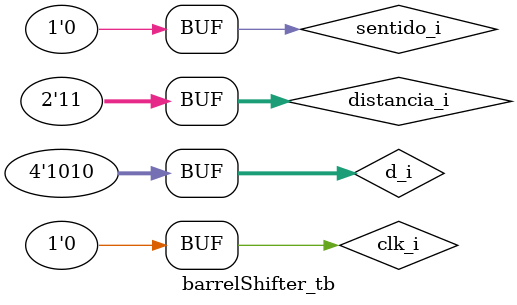
<source format=v>

 /*
	Proyecto:	FDD
	Archivo:		FDD_FPGA.V
	Descripcion: Descripcion de un Flip Flop D en un FPGA
					 Entrada en serie-Salida en serie
	Asignatura:	DSD
	Prof: 		Toño
	Equipo:		Luis Gerardo Herrera Avila
*/module barrelShifter(
    input                   clk_i,
    input [3:0]             d_i,    
    input   [1:0]           distancia_i,
    input                   sentido_i,
    output reg [3:0]        q_o
);
    reg [7:0]   temp_w; // 2*4 -1
    
    always@(posedge clk_i)
    begin
        //1=derecha 0= izquierda
        temp_w = {d_i, d_i};
        if(sentido_i)
        begin   // 1
            temp_w  = temp_w >> distancia_i;
            q_o     <= temp_w[7:4]; // Selecciona los bits desplazados hacia la derecha
        end
        else
        begin
            temp_w  = temp_w << distancia_i;
            q_o     <= temp_w[3:0]; // Selecciona los bits desplazados hacia la izquierda
        end
        
    end
endmodule


module barrelShifter_tb();
	reg					clk_i;
	reg [3:0]			d_i;
	reg	[1:0]			distancia_i;
	reg 					sentido_i;  
	wire [3:0] 			q_o;
	

	initial
	begin
	clk_i	= 			1'b0;
	d_i	= 			4'b0;
	distancia_i = 	2'b0;
	sentido_i  = 	1'b0;
	end
	
barrelShifter barrelShifter_dut(
	.clk_i		(clk_i		),
	.d_i			(d_i			),	
	.distancia_i(distancia_i),
	.sentido_i	(sentido_i	),
	.q_o			(q_o			)
);	

  initial
  begin
    #50 clk_i <= ~clk_i;
end

  initial
  begin
  #100 
	d_i	= 			4'b1010;
	distancia_i = 	2'b01;
	sentido_i  = 	1'b1;

  #100 
	d_i	= 			4'b0110;
	distancia_i = 	2'b10;
	sentido_i  = 	1'b1;

  #100 
	d_i	= 			4'b1010;
	distancia_i = 	2'b11;
	sentido_i  = 	1'b0;
	
end

endmodule

</source>
